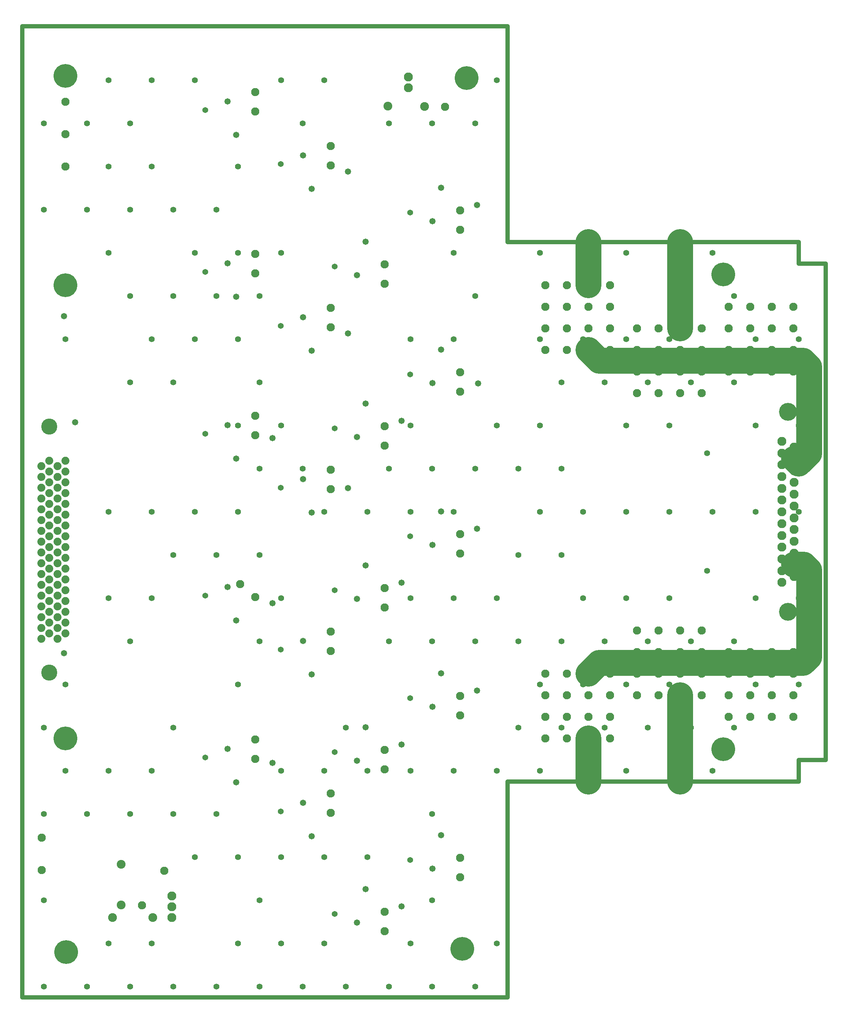
<source format=gbr>
%TF.GenerationSoftware,Altium Limited,Altium Designer,25.0.2 (28)*%
G04 Layer_Physical_Order=5*
G04 Layer_Color=8421376*
%FSLAX45Y45*%
%MOMM*%
%TF.SameCoordinates,B88DCB4E-FD68-4634-876E-9F1E0B8218E1*%
%TF.FilePolarity,Negative*%
%TF.FileFunction,Copper,L5,Inr,Plane*%
%TF.Part,Single*%
G01*
G75*
%TA.AperFunction,NonConductor*%
%ADD45C,6.09600*%
%ADD46C,1.01600*%
%TA.AperFunction,ViaPad*%
%ADD47C,1.93040*%
%TA.AperFunction,ComponentPad*%
%ADD48C,2.06600*%
%TA.AperFunction,ViaPad*%
%ADD49C,5.58800*%
%TA.AperFunction,ComponentPad*%
%ADD50C,2.11600*%
%ADD51C,1.87960*%
%ADD52C,3.78460*%
%ADD53C,1.93040*%
%ADD54C,2.10600*%
%ADD55C,4.21600*%
%TA.AperFunction,ViaPad*%
%ADD56C,1.42240*%
%ADD57C,1.39700*%
%ADD58C,1.47320*%
%ADD59C,1.37160*%
D45*
X18034000Y8890000D02*
Y10922000D01*
X20716200Y16486501D02*
X20830200Y16372501D01*
X15875000Y20574001D02*
Y21589999D01*
X15874902Y8889903D02*
Y9905903D01*
X20830200Y16372501D02*
X21069299Y16611600D01*
Y18656300D01*
X20929601Y18796001D02*
X21069299Y18656300D01*
X16128999Y18796001D02*
X20929601D01*
X15875000Y19050000D02*
X16128999Y18796001D01*
X20716200Y13993500D02*
X20944200D01*
X21069299Y13868401D01*
Y11823700D02*
Y13868401D01*
X20929601Y11684000D02*
X21069299Y11823700D01*
X15875000Y11430000D02*
X16128999Y11684000D01*
X20929601D01*
X18034000Y19558000D02*
Y21589999D01*
D46*
X13970000Y8890000D02*
X20828000D01*
X13970000Y3810000D02*
Y8890000D01*
X2540000Y3810000D02*
X13970000D01*
X2540000D02*
Y26670001D01*
X13970000D01*
Y21589999D02*
Y26670001D01*
Y21589999D02*
X20828000D01*
Y21082001D02*
Y21589999D01*
Y21082001D02*
X21463000D01*
Y9398000D02*
Y21082001D01*
X20828000Y9398000D02*
X21463000D01*
X20828000Y8890000D02*
Y9398000D01*
D47*
X2997200Y7569200D02*
D03*
Y6807200D02*
D03*
X12496800Y24777699D02*
D03*
X5359400Y5981700D02*
D03*
X5880100Y6794500D02*
D03*
X3556000Y23367999D02*
D03*
Y24892000D02*
D03*
Y24130000D02*
D03*
X7670800Y13538200D02*
D03*
X8026400Y25120599D02*
D03*
X9804400Y23850600D02*
D03*
X8026400Y21310600D02*
D03*
X9804400Y20040601D02*
D03*
X8026400Y17500600D02*
D03*
X9804400Y16230600D02*
D03*
Y12420600D02*
D03*
X8026400Y9880600D02*
D03*
X9804400Y8610600D02*
D03*
X11074400Y5372100D02*
D03*
X12852400Y6642100D02*
D03*
X11074400Y9182100D02*
D03*
X12852400Y10452100D02*
D03*
Y21882100D02*
D03*
X11074400Y20612100D02*
D03*
X12852400Y18072099D02*
D03*
X11074400Y16802100D02*
D03*
X12852400Y14262100D02*
D03*
X11074400Y12992101D02*
D03*
X12852400Y22339301D02*
D03*
Y18529300D02*
D03*
Y14719299D02*
D03*
Y10909300D02*
D03*
Y7099300D02*
D03*
X9804400Y8153400D02*
D03*
Y11963400D02*
D03*
Y23393401D02*
D03*
Y15773399D02*
D03*
Y19583400D02*
D03*
X11074400Y5829300D02*
D03*
Y9639300D02*
D03*
Y21069299D02*
D03*
Y17259300D02*
D03*
Y13449300D02*
D03*
X8026400Y9423400D02*
D03*
Y13233400D02*
D03*
Y24663400D02*
D03*
Y20853400D02*
D03*
Y17043401D02*
D03*
D48*
X12014200Y24783299D02*
D03*
X11150600Y24796001D02*
D03*
X4659400Y5689600D02*
D03*
X5613400D02*
D03*
X4864100Y6941300D02*
D03*
Y5987300D02*
D03*
D49*
X3568700Y4876800D02*
D03*
X19050000Y20828000D02*
D03*
Y9652000D02*
D03*
X3556000Y20574001D02*
D03*
Y9906000D02*
D03*
Y25501601D02*
D03*
X13004800Y25450800D02*
D03*
X12903200Y4953000D02*
D03*
D50*
X11633200Y25476199D02*
D03*
Y25222200D02*
D03*
X6057900Y5689600D02*
D03*
Y5943600D02*
D03*
Y6197600D02*
D03*
D51*
X3365500Y12255500D02*
D03*
Y12509500D02*
D03*
X3556000Y12382500D02*
D03*
X3365500Y12763500D02*
D03*
X3556000Y12636500D02*
D03*
X3365500Y13017500D02*
D03*
X3556000Y12890500D02*
D03*
X3365500Y13271500D02*
D03*
X3556000Y13144501D02*
D03*
X3365500Y13525500D02*
D03*
X3556000Y13398500D02*
D03*
X3365500Y13779500D02*
D03*
X3556000Y13652499D02*
D03*
X3365500Y14033501D02*
D03*
X3556000Y13906500D02*
D03*
X3365500Y14287500D02*
D03*
X3556000Y14160500D02*
D03*
X3365500Y14541499D02*
D03*
X3556000Y14414500D02*
D03*
X3365500Y14795500D02*
D03*
X3556000Y14668500D02*
D03*
X3365500Y15049500D02*
D03*
X3556000Y14922501D02*
D03*
X3365500Y15303500D02*
D03*
X3556000Y15176500D02*
D03*
X3365500Y15557500D02*
D03*
X3556000Y15430499D02*
D03*
X3365500Y15811501D02*
D03*
X3556000Y15684500D02*
D03*
X3365500Y16065500D02*
D03*
X3556000Y15938499D02*
D03*
X3365500Y16319501D02*
D03*
X3556000Y16192500D02*
D03*
Y16446500D02*
D03*
X2984500Y12255500D02*
D03*
Y12509500D02*
D03*
X3175000Y12382500D02*
D03*
X2984500Y12763500D02*
D03*
X3175000Y12636500D02*
D03*
X2984500Y13017500D02*
D03*
X3175000Y12890500D02*
D03*
X2984500Y13271500D02*
D03*
X3175000Y13144501D02*
D03*
X2984500Y13525500D02*
D03*
X3175000Y13398500D02*
D03*
X2984500Y13779500D02*
D03*
X3175000Y13652499D02*
D03*
X2984500Y14033501D02*
D03*
X3175000Y13906500D02*
D03*
X2984500Y14287500D02*
D03*
X3175000Y14160500D02*
D03*
X2984500Y14541499D02*
D03*
X3175000Y14414500D02*
D03*
X2984500Y14795500D02*
D03*
X3175000Y14668500D02*
D03*
X2984500Y15049500D02*
D03*
X3175000Y14922501D02*
D03*
X2984500Y15303500D02*
D03*
X3175000Y15176500D02*
D03*
X2984500Y15557500D02*
D03*
X3175000Y15430499D02*
D03*
X2984500Y15811501D02*
D03*
X3175000Y15684500D02*
D03*
X2984500Y16065500D02*
D03*
X3175000Y15938499D02*
D03*
X2984500Y16319501D02*
D03*
X3175000Y16192500D02*
D03*
Y16446500D02*
D03*
D52*
Y11455400D02*
D03*
Y17246600D02*
D03*
D53*
X16383000Y19050000D02*
D03*
Y19558000D02*
D03*
Y20066000D02*
D03*
Y20574001D02*
D03*
X15875000Y19050000D02*
D03*
Y19558000D02*
D03*
Y20066000D02*
D03*
Y20574001D02*
D03*
X15367000Y19050000D02*
D03*
Y19558000D02*
D03*
Y20066000D02*
D03*
Y20574001D02*
D03*
X14859000Y19050000D02*
D03*
Y19558000D02*
D03*
Y20066000D02*
D03*
Y20574001D02*
D03*
X18542000Y12446000D02*
D03*
Y11938000D02*
D03*
Y11430000D02*
D03*
Y10922000D02*
D03*
X18034000Y12446000D02*
D03*
Y11938000D02*
D03*
Y11430000D02*
D03*
Y10922000D02*
D03*
X17525999Y12446000D02*
D03*
Y11938000D02*
D03*
Y11430000D02*
D03*
Y10922000D02*
D03*
X17017999Y12446000D02*
D03*
Y11938000D02*
D03*
Y11430000D02*
D03*
Y10922000D02*
D03*
X20700999Y11938000D02*
D03*
Y11430000D02*
D03*
Y10922000D02*
D03*
Y10414000D02*
D03*
X20192999Y11938000D02*
D03*
Y11430000D02*
D03*
Y10922000D02*
D03*
Y10414000D02*
D03*
X19685001Y11938000D02*
D03*
Y11430000D02*
D03*
Y10922000D02*
D03*
Y10414000D02*
D03*
X19177000Y11938000D02*
D03*
Y11430000D02*
D03*
Y10922000D02*
D03*
Y10414000D02*
D03*
X20700999Y18542000D02*
D03*
Y19050000D02*
D03*
Y19558000D02*
D03*
Y20066000D02*
D03*
X20192999Y18542000D02*
D03*
Y19050000D02*
D03*
Y19558000D02*
D03*
Y20066000D02*
D03*
X19685001Y18542000D02*
D03*
Y19050000D02*
D03*
Y19558000D02*
D03*
Y20066000D02*
D03*
X19177000Y18542000D02*
D03*
Y19050000D02*
D03*
Y19558000D02*
D03*
Y20066000D02*
D03*
X16383000Y11430000D02*
D03*
Y10922000D02*
D03*
Y10414000D02*
D03*
Y9906000D02*
D03*
X15875000Y11430000D02*
D03*
Y10922000D02*
D03*
Y10414000D02*
D03*
Y9906000D02*
D03*
X15367000Y11430000D02*
D03*
Y10922000D02*
D03*
Y10414000D02*
D03*
Y9906000D02*
D03*
X14859000Y11430000D02*
D03*
Y10922000D02*
D03*
Y10414000D02*
D03*
Y9906000D02*
D03*
X18542000Y18034000D02*
D03*
Y18542000D02*
D03*
Y19050000D02*
D03*
Y19558000D02*
D03*
X18034000Y18034000D02*
D03*
Y18542000D02*
D03*
Y19050000D02*
D03*
Y19558000D02*
D03*
X17525999Y18034000D02*
D03*
Y18542000D02*
D03*
Y19050000D02*
D03*
Y19558000D02*
D03*
X17017999Y18034000D02*
D03*
Y18542000D02*
D03*
Y19050000D02*
D03*
Y19558000D02*
D03*
D54*
X20716200Y13716499D02*
D03*
Y13993500D02*
D03*
Y14270500D02*
D03*
Y14547501D02*
D03*
Y14824500D02*
D03*
Y15101500D02*
D03*
Y15378500D02*
D03*
Y15655499D02*
D03*
Y15932500D02*
D03*
Y16209500D02*
D03*
Y16486501D02*
D03*
Y16763499D02*
D03*
X20432201Y13578000D02*
D03*
Y13855000D02*
D03*
Y14132001D02*
D03*
Y14409000D02*
D03*
Y14686000D02*
D03*
Y14963000D02*
D03*
Y16625000D02*
D03*
Y16902000D02*
D03*
Y16071001D02*
D03*
Y16348000D02*
D03*
Y15794000D02*
D03*
Y15517000D02*
D03*
Y15239999D02*
D03*
D55*
X20574200Y17595000D02*
D03*
Y12885001D02*
D03*
D56*
X20828000Y19303999D02*
D03*
Y17272000D02*
D03*
Y15239999D02*
D03*
Y13208000D02*
D03*
Y11176000D02*
D03*
X19303999Y20320000D02*
D03*
X19812000Y19303999D02*
D03*
X19303999Y18288000D02*
D03*
X19812000Y17272000D02*
D03*
Y15239999D02*
D03*
Y13208000D02*
D03*
X19303999Y12192000D02*
D03*
X19812000Y11176000D02*
D03*
X19303999Y10160000D02*
D03*
X18796001Y21336000D02*
D03*
X18288000Y18288000D02*
D03*
X18796001Y15239999D02*
D03*
X18288000Y12192000D02*
D03*
Y10160000D02*
D03*
X18796001Y9144000D02*
D03*
X17780000Y19303999D02*
D03*
X17272000Y18288000D02*
D03*
X17780000Y17272000D02*
D03*
Y15239999D02*
D03*
Y13208000D02*
D03*
X17272000Y12192000D02*
D03*
X17780000Y11176000D02*
D03*
X17272000Y10160000D02*
D03*
X16764000Y21336000D02*
D03*
Y19303999D02*
D03*
X16256000Y18288000D02*
D03*
X16764000Y17272000D02*
D03*
Y15239999D02*
D03*
Y13208000D02*
D03*
X16256000Y12192000D02*
D03*
X16764000Y11176000D02*
D03*
X16256000Y10160000D02*
D03*
X16764000Y9144000D02*
D03*
X15748000Y19303999D02*
D03*
X15239999Y18288000D02*
D03*
Y16256000D02*
D03*
X15748000Y15239999D02*
D03*
X15239999Y14224001D02*
D03*
X15748000Y13208000D02*
D03*
X15239999Y12192000D02*
D03*
X15748000Y11176000D02*
D03*
X15239999Y10160000D02*
D03*
X14732001Y21336000D02*
D03*
Y19303999D02*
D03*
Y17272000D02*
D03*
X14224001Y16256000D02*
D03*
X14732001Y15239999D02*
D03*
X14224001Y14224001D02*
D03*
Y12192000D02*
D03*
X14732001Y11176000D02*
D03*
X14224001Y10160000D02*
D03*
X14732001Y9144000D02*
D03*
X13716000Y25400000D02*
D03*
X13208000Y24384000D02*
D03*
Y20320000D02*
D03*
X13716000Y17272000D02*
D03*
X13208000Y16256000D02*
D03*
X13716000Y13208000D02*
D03*
X13208000Y12192000D02*
D03*
X13716000Y9144000D02*
D03*
Y5080000D02*
D03*
X13208000Y4064000D02*
D03*
X12192000Y24384000D02*
D03*
X12700000Y21336000D02*
D03*
Y19303999D02*
D03*
X12192000Y16256000D02*
D03*
X12700000Y15239999D02*
D03*
Y13208000D02*
D03*
X12192000Y12192000D02*
D03*
X12700000Y9144000D02*
D03*
X12192000Y8128000D02*
D03*
Y6096000D02*
D03*
Y4064000D02*
D03*
X11176000Y24384000D02*
D03*
X11684000Y19303999D02*
D03*
Y17272000D02*
D03*
X11176000Y16256000D02*
D03*
X11684000Y15239999D02*
D03*
Y13208000D02*
D03*
X11176000Y12192000D02*
D03*
X11684000Y9144000D02*
D03*
Y5080000D02*
D03*
X11176000Y4064000D02*
D03*
X10668000Y15239999D02*
D03*
X10160000Y10160000D02*
D03*
X10668000Y9144000D02*
D03*
Y7112000D02*
D03*
X10160000Y4064000D02*
D03*
X9652000Y25400000D02*
D03*
X9144000Y24384000D02*
D03*
Y16256000D02*
D03*
X9652000Y15239999D02*
D03*
Y9144000D02*
D03*
Y7112000D02*
D03*
Y5080000D02*
D03*
X9144000Y4064000D02*
D03*
X8636000Y25400000D02*
D03*
Y21336000D02*
D03*
X8128000Y20320000D02*
D03*
Y18288000D02*
D03*
X8636000Y17272000D02*
D03*
X8128000Y16256000D02*
D03*
Y14224001D02*
D03*
X8636000Y13208000D02*
D03*
X8128000Y12192000D02*
D03*
X8636000Y9144000D02*
D03*
Y7112000D02*
D03*
X8128000Y6096000D02*
D03*
X8636000Y5080000D02*
D03*
X8128000Y4064000D02*
D03*
X7620000Y23367999D02*
D03*
X7112000Y22352000D02*
D03*
X7620000Y21336000D02*
D03*
X7112000Y20320000D02*
D03*
X7620000Y19303999D02*
D03*
Y17272000D02*
D03*
Y15239999D02*
D03*
X7112000Y14224001D02*
D03*
X7620000Y11176000D02*
D03*
X7112000Y8128000D02*
D03*
X7620000Y7112000D02*
D03*
Y5080000D02*
D03*
X7112000Y4064000D02*
D03*
X6604000Y25400000D02*
D03*
X6096000Y22352000D02*
D03*
X6604000Y21336000D02*
D03*
X6096000Y20320000D02*
D03*
X6604000Y19303999D02*
D03*
X6096000Y18288000D02*
D03*
X6604000Y15239999D02*
D03*
X6096000Y14224001D02*
D03*
Y10160000D02*
D03*
Y8128000D02*
D03*
X6604000Y7112000D02*
D03*
X6096000Y4064000D02*
D03*
X5588000Y25400000D02*
D03*
X5080000Y24384000D02*
D03*
X5588000Y23367999D02*
D03*
X5080000Y22352000D02*
D03*
Y20320000D02*
D03*
X5588000Y19303999D02*
D03*
X5080000Y18288000D02*
D03*
X5588000Y15239999D02*
D03*
Y13208000D02*
D03*
X5080000Y12192000D02*
D03*
X5588000Y9144000D02*
D03*
X5080000Y8128000D02*
D03*
X5588000Y5080000D02*
D03*
X5080000Y4064000D02*
D03*
X4572000Y25400000D02*
D03*
X4064000Y24384000D02*
D03*
X4572000Y23367999D02*
D03*
X4064000Y22352000D02*
D03*
X4572000Y21336000D02*
D03*
Y15239999D02*
D03*
Y13208000D02*
D03*
Y9144000D02*
D03*
X4064000Y8128000D02*
D03*
X4572000Y5080000D02*
D03*
X4064000Y4064000D02*
D03*
X3048000Y24384000D02*
D03*
Y22352000D02*
D03*
X3556000Y19303999D02*
D03*
Y11176000D02*
D03*
X3048000Y10160000D02*
D03*
X3556000Y9144000D02*
D03*
X3048000Y8128000D02*
D03*
Y6096000D02*
D03*
Y4064000D02*
D03*
D57*
X18669000Y13855000D02*
D03*
Y16625002D02*
D03*
D58*
X8432800Y9334500D02*
D03*
Y13093700D02*
D03*
X10210800Y15798801D02*
D03*
X8432800Y16979900D02*
D03*
X10210800Y19443700D02*
D03*
Y23253700D02*
D03*
X13271500Y18262601D02*
D03*
X3517900Y19850101D02*
D03*
X11468100Y5956300D02*
D03*
Y9766300D02*
D03*
X13246100Y11036300D02*
D03*
X11468100Y13576300D02*
D03*
X13246100Y22466299D02*
D03*
X11468100Y17386301D02*
D03*
X13246100Y14846300D02*
D03*
X10417600Y5575300D02*
D03*
X10628300Y6362700D02*
D03*
X12195600Y6845300D02*
D03*
X12406300Y7632700D02*
D03*
X10417600Y9385300D02*
D03*
X10628300Y10172700D02*
D03*
X12195600Y10655300D02*
D03*
X12406300Y11442700D02*
D03*
X10417600Y13195300D02*
D03*
X10628300Y13982700D02*
D03*
X12195600Y14465300D02*
D03*
X12406300Y15252699D02*
D03*
X10417090Y17005811D02*
D03*
X10628300Y17792700D02*
D03*
X12195090Y18275810D02*
D03*
X12406300Y19062700D02*
D03*
X10417600Y20815300D02*
D03*
X10628300Y21602699D02*
D03*
X12195600Y22085300D02*
D03*
X12406300Y22872701D02*
D03*
X9357790Y7607810D02*
D03*
X9147090Y8395210D02*
D03*
X7579790Y8877810D02*
D03*
X7369090Y9665210D02*
D03*
X9357790Y11417810D02*
D03*
X9147090Y12205210D02*
D03*
X7579790Y12687810D02*
D03*
X7369090Y13475211D02*
D03*
X9357790Y15227811D02*
D03*
X9147090Y16015210D02*
D03*
X7579790Y16497810D02*
D03*
X7369090Y17285210D02*
D03*
X9357790Y19037810D02*
D03*
X9147090Y19825211D02*
D03*
X7579790Y20307809D02*
D03*
X7369090Y21095210D02*
D03*
X9357790Y22847810D02*
D03*
X9147600Y23634700D02*
D03*
X7579790Y24117810D02*
D03*
X7369600Y24904700D02*
D03*
X3517900Y11912600D02*
D03*
X3784600Y17348199D02*
D03*
D59*
X8627500Y8191500D02*
D03*
X6849500Y9461500D02*
D03*
X8627500Y12001500D02*
D03*
X6849500Y13271500D02*
D03*
X8627500Y15811501D02*
D03*
X6849500Y17081500D02*
D03*
X8627500Y19621500D02*
D03*
X6849500Y20891499D02*
D03*
X8627500Y23431500D02*
D03*
X6849500Y24701500D02*
D03*
X9897500Y5778500D02*
D03*
X11675500Y7048500D02*
D03*
X9897500Y9588500D02*
D03*
X11675500Y10858500D02*
D03*
X9897500Y13398500D02*
D03*
X11675500Y14668500D02*
D03*
X9897500Y17208501D02*
D03*
X11675500Y18478500D02*
D03*
X9897500Y21018500D02*
D03*
X11675500Y22288499D02*
D03*
%TF.MD5,b62de500a972d93227399cf568c183aa*%
M02*

</source>
